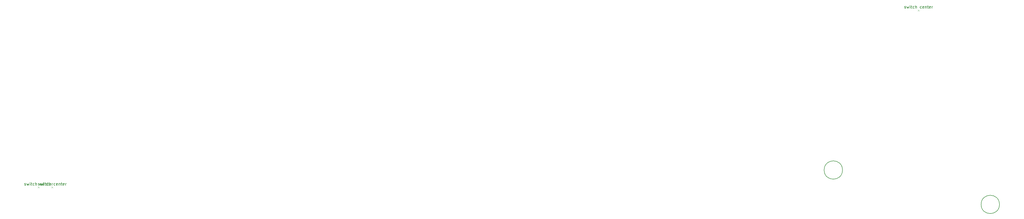
<source format=gbr>
%TF.GenerationSoftware,KiCad,Pcbnew,(7.99.0-267-g8440d7258b)*%
%TF.CreationDate,2023-05-05T04:19:59-07:00*%
%TF.ProjectId,1_2og_repro,315f326f-675f-4726-9570-726f2e6b6963,rev?*%
%TF.SameCoordinates,Original*%
%TF.FileFunction,Other,Comment*%
%FSLAX46Y46*%
G04 Gerber Fmt 4.6, Leading zero omitted, Abs format (unit mm)*
G04 Created by KiCad (PCBNEW (7.99.0-267-g8440d7258b)) date 2023-05-05 04:19:59*
%MOMM*%
%LPD*%
G01*
G04 APERTURE LIST*
%ADD10C,0.150000*%
%ADD11C,0.120000*%
G04 APERTURE END LIST*
D10*
%TO.C,D90*%
X325848971Y-20836179D02*
X325944209Y-20883798D01*
X325944209Y-20883798D02*
X326134685Y-20883798D01*
X326134685Y-20883798D02*
X326229923Y-20836179D01*
X326229923Y-20836179D02*
X326277542Y-20740940D01*
X326277542Y-20740940D02*
X326277542Y-20693321D01*
X326277542Y-20693321D02*
X326229923Y-20598083D01*
X326229923Y-20598083D02*
X326134685Y-20550464D01*
X326134685Y-20550464D02*
X325991828Y-20550464D01*
X325991828Y-20550464D02*
X325896590Y-20502845D01*
X325896590Y-20502845D02*
X325848971Y-20407607D01*
X325848971Y-20407607D02*
X325848971Y-20359988D01*
X325848971Y-20359988D02*
X325896590Y-20264750D01*
X325896590Y-20264750D02*
X325991828Y-20217131D01*
X325991828Y-20217131D02*
X326134685Y-20217131D01*
X326134685Y-20217131D02*
X326229923Y-20264750D01*
X326610876Y-20217131D02*
X326801352Y-20883798D01*
X326801352Y-20883798D02*
X326991828Y-20407607D01*
X326991828Y-20407607D02*
X327182304Y-20883798D01*
X327182304Y-20883798D02*
X327372780Y-20217131D01*
X327753733Y-20883798D02*
X327753733Y-20217131D01*
X327753733Y-19883798D02*
X327706114Y-19931417D01*
X327706114Y-19931417D02*
X327753733Y-19979036D01*
X327753733Y-19979036D02*
X327801352Y-19931417D01*
X327801352Y-19931417D02*
X327753733Y-19883798D01*
X327753733Y-19883798D02*
X327753733Y-19979036D01*
X328087066Y-20217131D02*
X328468018Y-20217131D01*
X328229923Y-19883798D02*
X328229923Y-20740940D01*
X328229923Y-20740940D02*
X328277542Y-20836179D01*
X328277542Y-20836179D02*
X328372780Y-20883798D01*
X328372780Y-20883798D02*
X328468018Y-20883798D01*
X329229923Y-20836179D02*
X329134685Y-20883798D01*
X329134685Y-20883798D02*
X328944209Y-20883798D01*
X328944209Y-20883798D02*
X328848971Y-20836179D01*
X328848971Y-20836179D02*
X328801352Y-20788559D01*
X328801352Y-20788559D02*
X328753733Y-20693321D01*
X328753733Y-20693321D02*
X328753733Y-20407607D01*
X328753733Y-20407607D02*
X328801352Y-20312369D01*
X328801352Y-20312369D02*
X328848971Y-20264750D01*
X328848971Y-20264750D02*
X328944209Y-20217131D01*
X328944209Y-20217131D02*
X329134685Y-20217131D01*
X329134685Y-20217131D02*
X329229923Y-20264750D01*
X329658495Y-20883798D02*
X329658495Y-19883798D01*
X330087066Y-20883798D02*
X330087066Y-20359988D01*
X330087066Y-20359988D02*
X330039447Y-20264750D01*
X330039447Y-20264750D02*
X329944209Y-20217131D01*
X329944209Y-20217131D02*
X329801352Y-20217131D01*
X329801352Y-20217131D02*
X329706114Y-20264750D01*
X329706114Y-20264750D02*
X329658495Y-20312369D01*
X331753733Y-20836179D02*
X331658495Y-20883798D01*
X331658495Y-20883798D02*
X331468019Y-20883798D01*
X331468019Y-20883798D02*
X331372781Y-20836179D01*
X331372781Y-20836179D02*
X331325162Y-20788559D01*
X331325162Y-20788559D02*
X331277543Y-20693321D01*
X331277543Y-20693321D02*
X331277543Y-20407607D01*
X331277543Y-20407607D02*
X331325162Y-20312369D01*
X331325162Y-20312369D02*
X331372781Y-20264750D01*
X331372781Y-20264750D02*
X331468019Y-20217131D01*
X331468019Y-20217131D02*
X331658495Y-20217131D01*
X331658495Y-20217131D02*
X331753733Y-20264750D01*
X332563257Y-20836179D02*
X332468019Y-20883798D01*
X332468019Y-20883798D02*
X332277543Y-20883798D01*
X332277543Y-20883798D02*
X332182305Y-20836179D01*
X332182305Y-20836179D02*
X332134686Y-20740940D01*
X332134686Y-20740940D02*
X332134686Y-20359988D01*
X332134686Y-20359988D02*
X332182305Y-20264750D01*
X332182305Y-20264750D02*
X332277543Y-20217131D01*
X332277543Y-20217131D02*
X332468019Y-20217131D01*
X332468019Y-20217131D02*
X332563257Y-20264750D01*
X332563257Y-20264750D02*
X332610876Y-20359988D01*
X332610876Y-20359988D02*
X332610876Y-20455226D01*
X332610876Y-20455226D02*
X332134686Y-20550464D01*
X333039448Y-20217131D02*
X333039448Y-20883798D01*
X333039448Y-20312369D02*
X333087067Y-20264750D01*
X333087067Y-20264750D02*
X333182305Y-20217131D01*
X333182305Y-20217131D02*
X333325162Y-20217131D01*
X333325162Y-20217131D02*
X333420400Y-20264750D01*
X333420400Y-20264750D02*
X333468019Y-20359988D01*
X333468019Y-20359988D02*
X333468019Y-20883798D01*
X333801353Y-20217131D02*
X334182305Y-20217131D01*
X333944210Y-19883798D02*
X333944210Y-20740940D01*
X333944210Y-20740940D02*
X333991829Y-20836179D01*
X333991829Y-20836179D02*
X334087067Y-20883798D01*
X334087067Y-20883798D02*
X334182305Y-20883798D01*
X334896591Y-20836179D02*
X334801353Y-20883798D01*
X334801353Y-20883798D02*
X334610877Y-20883798D01*
X334610877Y-20883798D02*
X334515639Y-20836179D01*
X334515639Y-20836179D02*
X334468020Y-20740940D01*
X334468020Y-20740940D02*
X334468020Y-20359988D01*
X334468020Y-20359988D02*
X334515639Y-20264750D01*
X334515639Y-20264750D02*
X334610877Y-20217131D01*
X334610877Y-20217131D02*
X334801353Y-20217131D01*
X334801353Y-20217131D02*
X334896591Y-20264750D01*
X334896591Y-20264750D02*
X334944210Y-20359988D01*
X334944210Y-20359988D02*
X334944210Y-20455226D01*
X334944210Y-20455226D02*
X334468020Y-20550464D01*
X335372782Y-20883798D02*
X335372782Y-20217131D01*
X335372782Y-20407607D02*
X335420401Y-20312369D01*
X335420401Y-20312369D02*
X335468020Y-20264750D01*
X335468020Y-20264750D02*
X335563258Y-20217131D01*
X335563258Y-20217131D02*
X335658496Y-20217131D01*
%TO.C,D91*%
X19098971Y-82659638D02*
X19194209Y-82707257D01*
X19194209Y-82707257D02*
X19384685Y-82707257D01*
X19384685Y-82707257D02*
X19479923Y-82659638D01*
X19479923Y-82659638D02*
X19527542Y-82564399D01*
X19527542Y-82564399D02*
X19527542Y-82516780D01*
X19527542Y-82516780D02*
X19479923Y-82421542D01*
X19479923Y-82421542D02*
X19384685Y-82373923D01*
X19384685Y-82373923D02*
X19241828Y-82373923D01*
X19241828Y-82373923D02*
X19146590Y-82326304D01*
X19146590Y-82326304D02*
X19098971Y-82231066D01*
X19098971Y-82231066D02*
X19098971Y-82183447D01*
X19098971Y-82183447D02*
X19146590Y-82088209D01*
X19146590Y-82088209D02*
X19241828Y-82040590D01*
X19241828Y-82040590D02*
X19384685Y-82040590D01*
X19384685Y-82040590D02*
X19479923Y-82088209D01*
X19860876Y-82040590D02*
X20051352Y-82707257D01*
X20051352Y-82707257D02*
X20241828Y-82231066D01*
X20241828Y-82231066D02*
X20432304Y-82707257D01*
X20432304Y-82707257D02*
X20622780Y-82040590D01*
X21003733Y-82707257D02*
X21003733Y-82040590D01*
X21003733Y-81707257D02*
X20956114Y-81754876D01*
X20956114Y-81754876D02*
X21003733Y-81802495D01*
X21003733Y-81802495D02*
X21051352Y-81754876D01*
X21051352Y-81754876D02*
X21003733Y-81707257D01*
X21003733Y-81707257D02*
X21003733Y-81802495D01*
X21337066Y-82040590D02*
X21718018Y-82040590D01*
X21479923Y-81707257D02*
X21479923Y-82564399D01*
X21479923Y-82564399D02*
X21527542Y-82659638D01*
X21527542Y-82659638D02*
X21622780Y-82707257D01*
X21622780Y-82707257D02*
X21718018Y-82707257D01*
X22479923Y-82659638D02*
X22384685Y-82707257D01*
X22384685Y-82707257D02*
X22194209Y-82707257D01*
X22194209Y-82707257D02*
X22098971Y-82659638D01*
X22098971Y-82659638D02*
X22051352Y-82612018D01*
X22051352Y-82612018D02*
X22003733Y-82516780D01*
X22003733Y-82516780D02*
X22003733Y-82231066D01*
X22003733Y-82231066D02*
X22051352Y-82135828D01*
X22051352Y-82135828D02*
X22098971Y-82088209D01*
X22098971Y-82088209D02*
X22194209Y-82040590D01*
X22194209Y-82040590D02*
X22384685Y-82040590D01*
X22384685Y-82040590D02*
X22479923Y-82088209D01*
X22908495Y-82707257D02*
X22908495Y-81707257D01*
X23337066Y-82707257D02*
X23337066Y-82183447D01*
X23337066Y-82183447D02*
X23289447Y-82088209D01*
X23289447Y-82088209D02*
X23194209Y-82040590D01*
X23194209Y-82040590D02*
X23051352Y-82040590D01*
X23051352Y-82040590D02*
X22956114Y-82088209D01*
X22956114Y-82088209D02*
X22908495Y-82135828D01*
X25003733Y-82659638D02*
X24908495Y-82707257D01*
X24908495Y-82707257D02*
X24718019Y-82707257D01*
X24718019Y-82707257D02*
X24622781Y-82659638D01*
X24622781Y-82659638D02*
X24575162Y-82612018D01*
X24575162Y-82612018D02*
X24527543Y-82516780D01*
X24527543Y-82516780D02*
X24527543Y-82231066D01*
X24527543Y-82231066D02*
X24575162Y-82135828D01*
X24575162Y-82135828D02*
X24622781Y-82088209D01*
X24622781Y-82088209D02*
X24718019Y-82040590D01*
X24718019Y-82040590D02*
X24908495Y-82040590D01*
X24908495Y-82040590D02*
X25003733Y-82088209D01*
X25813257Y-82659638D02*
X25718019Y-82707257D01*
X25718019Y-82707257D02*
X25527543Y-82707257D01*
X25527543Y-82707257D02*
X25432305Y-82659638D01*
X25432305Y-82659638D02*
X25384686Y-82564399D01*
X25384686Y-82564399D02*
X25384686Y-82183447D01*
X25384686Y-82183447D02*
X25432305Y-82088209D01*
X25432305Y-82088209D02*
X25527543Y-82040590D01*
X25527543Y-82040590D02*
X25718019Y-82040590D01*
X25718019Y-82040590D02*
X25813257Y-82088209D01*
X25813257Y-82088209D02*
X25860876Y-82183447D01*
X25860876Y-82183447D02*
X25860876Y-82278685D01*
X25860876Y-82278685D02*
X25384686Y-82373923D01*
X26289448Y-82040590D02*
X26289448Y-82707257D01*
X26289448Y-82135828D02*
X26337067Y-82088209D01*
X26337067Y-82088209D02*
X26432305Y-82040590D01*
X26432305Y-82040590D02*
X26575162Y-82040590D01*
X26575162Y-82040590D02*
X26670400Y-82088209D01*
X26670400Y-82088209D02*
X26718019Y-82183447D01*
X26718019Y-82183447D02*
X26718019Y-82707257D01*
X27051353Y-82040590D02*
X27432305Y-82040590D01*
X27194210Y-81707257D02*
X27194210Y-82564399D01*
X27194210Y-82564399D02*
X27241829Y-82659638D01*
X27241829Y-82659638D02*
X27337067Y-82707257D01*
X27337067Y-82707257D02*
X27432305Y-82707257D01*
X28146591Y-82659638D02*
X28051353Y-82707257D01*
X28051353Y-82707257D02*
X27860877Y-82707257D01*
X27860877Y-82707257D02*
X27765639Y-82659638D01*
X27765639Y-82659638D02*
X27718020Y-82564399D01*
X27718020Y-82564399D02*
X27718020Y-82183447D01*
X27718020Y-82183447D02*
X27765639Y-82088209D01*
X27765639Y-82088209D02*
X27860877Y-82040590D01*
X27860877Y-82040590D02*
X28051353Y-82040590D01*
X28051353Y-82040590D02*
X28146591Y-82088209D01*
X28146591Y-82088209D02*
X28194210Y-82183447D01*
X28194210Y-82183447D02*
X28194210Y-82278685D01*
X28194210Y-82278685D02*
X27718020Y-82373923D01*
X28622782Y-82707257D02*
X28622782Y-82040590D01*
X28622782Y-82231066D02*
X28670401Y-82135828D01*
X28670401Y-82135828D02*
X28718020Y-82088209D01*
X28718020Y-82088209D02*
X28813258Y-82040590D01*
X28813258Y-82040590D02*
X28908496Y-82040590D01*
%TO.C,D89*%
X23861471Y-82659638D02*
X23956709Y-82707257D01*
X23956709Y-82707257D02*
X24147185Y-82707257D01*
X24147185Y-82707257D02*
X24242423Y-82659638D01*
X24242423Y-82659638D02*
X24290042Y-82564399D01*
X24290042Y-82564399D02*
X24290042Y-82516780D01*
X24290042Y-82516780D02*
X24242423Y-82421542D01*
X24242423Y-82421542D02*
X24147185Y-82373923D01*
X24147185Y-82373923D02*
X24004328Y-82373923D01*
X24004328Y-82373923D02*
X23909090Y-82326304D01*
X23909090Y-82326304D02*
X23861471Y-82231066D01*
X23861471Y-82231066D02*
X23861471Y-82183447D01*
X23861471Y-82183447D02*
X23909090Y-82088209D01*
X23909090Y-82088209D02*
X24004328Y-82040590D01*
X24004328Y-82040590D02*
X24147185Y-82040590D01*
X24147185Y-82040590D02*
X24242423Y-82088209D01*
X24623376Y-82040590D02*
X24813852Y-82707257D01*
X24813852Y-82707257D02*
X25004328Y-82231066D01*
X25004328Y-82231066D02*
X25194804Y-82707257D01*
X25194804Y-82707257D02*
X25385280Y-82040590D01*
X25766233Y-82707257D02*
X25766233Y-82040590D01*
X25766233Y-81707257D02*
X25718614Y-81754876D01*
X25718614Y-81754876D02*
X25766233Y-81802495D01*
X25766233Y-81802495D02*
X25813852Y-81754876D01*
X25813852Y-81754876D02*
X25766233Y-81707257D01*
X25766233Y-81707257D02*
X25766233Y-81802495D01*
X26099566Y-82040590D02*
X26480518Y-82040590D01*
X26242423Y-81707257D02*
X26242423Y-82564399D01*
X26242423Y-82564399D02*
X26290042Y-82659638D01*
X26290042Y-82659638D02*
X26385280Y-82707257D01*
X26385280Y-82707257D02*
X26480518Y-82707257D01*
X27242423Y-82659638D02*
X27147185Y-82707257D01*
X27147185Y-82707257D02*
X26956709Y-82707257D01*
X26956709Y-82707257D02*
X26861471Y-82659638D01*
X26861471Y-82659638D02*
X26813852Y-82612018D01*
X26813852Y-82612018D02*
X26766233Y-82516780D01*
X26766233Y-82516780D02*
X26766233Y-82231066D01*
X26766233Y-82231066D02*
X26813852Y-82135828D01*
X26813852Y-82135828D02*
X26861471Y-82088209D01*
X26861471Y-82088209D02*
X26956709Y-82040590D01*
X26956709Y-82040590D02*
X27147185Y-82040590D01*
X27147185Y-82040590D02*
X27242423Y-82088209D01*
X27670995Y-82707257D02*
X27670995Y-81707257D01*
X28099566Y-82707257D02*
X28099566Y-82183447D01*
X28099566Y-82183447D02*
X28051947Y-82088209D01*
X28051947Y-82088209D02*
X27956709Y-82040590D01*
X27956709Y-82040590D02*
X27813852Y-82040590D01*
X27813852Y-82040590D02*
X27718614Y-82088209D01*
X27718614Y-82088209D02*
X27670995Y-82135828D01*
X29766233Y-82659638D02*
X29670995Y-82707257D01*
X29670995Y-82707257D02*
X29480519Y-82707257D01*
X29480519Y-82707257D02*
X29385281Y-82659638D01*
X29385281Y-82659638D02*
X29337662Y-82612018D01*
X29337662Y-82612018D02*
X29290043Y-82516780D01*
X29290043Y-82516780D02*
X29290043Y-82231066D01*
X29290043Y-82231066D02*
X29337662Y-82135828D01*
X29337662Y-82135828D02*
X29385281Y-82088209D01*
X29385281Y-82088209D02*
X29480519Y-82040590D01*
X29480519Y-82040590D02*
X29670995Y-82040590D01*
X29670995Y-82040590D02*
X29766233Y-82088209D01*
X30575757Y-82659638D02*
X30480519Y-82707257D01*
X30480519Y-82707257D02*
X30290043Y-82707257D01*
X30290043Y-82707257D02*
X30194805Y-82659638D01*
X30194805Y-82659638D02*
X30147186Y-82564399D01*
X30147186Y-82564399D02*
X30147186Y-82183447D01*
X30147186Y-82183447D02*
X30194805Y-82088209D01*
X30194805Y-82088209D02*
X30290043Y-82040590D01*
X30290043Y-82040590D02*
X30480519Y-82040590D01*
X30480519Y-82040590D02*
X30575757Y-82088209D01*
X30575757Y-82088209D02*
X30623376Y-82183447D01*
X30623376Y-82183447D02*
X30623376Y-82278685D01*
X30623376Y-82278685D02*
X30147186Y-82373923D01*
X31051948Y-82040590D02*
X31051948Y-82707257D01*
X31051948Y-82135828D02*
X31099567Y-82088209D01*
X31099567Y-82088209D02*
X31194805Y-82040590D01*
X31194805Y-82040590D02*
X31337662Y-82040590D01*
X31337662Y-82040590D02*
X31432900Y-82088209D01*
X31432900Y-82088209D02*
X31480519Y-82183447D01*
X31480519Y-82183447D02*
X31480519Y-82707257D01*
X31813853Y-82040590D02*
X32194805Y-82040590D01*
X31956710Y-81707257D02*
X31956710Y-82564399D01*
X31956710Y-82564399D02*
X32004329Y-82659638D01*
X32004329Y-82659638D02*
X32099567Y-82707257D01*
X32099567Y-82707257D02*
X32194805Y-82707257D01*
X32909091Y-82659638D02*
X32813853Y-82707257D01*
X32813853Y-82707257D02*
X32623377Y-82707257D01*
X32623377Y-82707257D02*
X32528139Y-82659638D01*
X32528139Y-82659638D02*
X32480520Y-82564399D01*
X32480520Y-82564399D02*
X32480520Y-82183447D01*
X32480520Y-82183447D02*
X32528139Y-82088209D01*
X32528139Y-82088209D02*
X32623377Y-82040590D01*
X32623377Y-82040590D02*
X32813853Y-82040590D01*
X32813853Y-82040590D02*
X32909091Y-82088209D01*
X32909091Y-82088209D02*
X32956710Y-82183447D01*
X32956710Y-82183447D02*
X32956710Y-82278685D01*
X32956710Y-82278685D02*
X32480520Y-82373923D01*
X33385282Y-82707257D02*
X33385282Y-82040590D01*
X33385282Y-82231066D02*
X33432901Y-82135828D01*
X33432901Y-82135828D02*
X33480520Y-82088209D01*
X33480520Y-82088209D02*
X33575758Y-82040590D01*
X33575758Y-82040590D02*
X33670996Y-82040590D01*
D11*
%TO.C,D90*%
X330456115Y-21841179D02*
X330706115Y-21591179D01*
X330706115Y-21591179D02*
X330456115Y-21341179D01*
X330706115Y-21591179D02*
X330956115Y-21341179D01*
X330956115Y-21841179D02*
X330706115Y-21591179D01*
D10*
%TO.C,H1*%
X304209027Y-77392443D02*
G75*
G03*
X304209027Y-77392443I-3200000J0D01*
G01*
%TO.C,H2*%
X358926066Y-89414572D02*
G75*
G03*
X358926066Y-89414572I-3200000J0D01*
G01*
D11*
%TO.C,D91*%
X23706115Y-83664638D02*
X23956115Y-83414638D01*
X23956115Y-83414638D02*
X23706115Y-83164638D01*
X23956115Y-83414638D02*
X24206115Y-83164638D01*
X24206115Y-83664638D02*
X23956115Y-83414638D01*
%TO.C,D89*%
X28468615Y-83664638D02*
X28718615Y-83414638D01*
X28718615Y-83414638D02*
X28468615Y-83164638D01*
X28718615Y-83414638D02*
X28968615Y-83164638D01*
X28968615Y-83664638D02*
X28718615Y-83414638D01*
%TD*%
M02*

</source>
